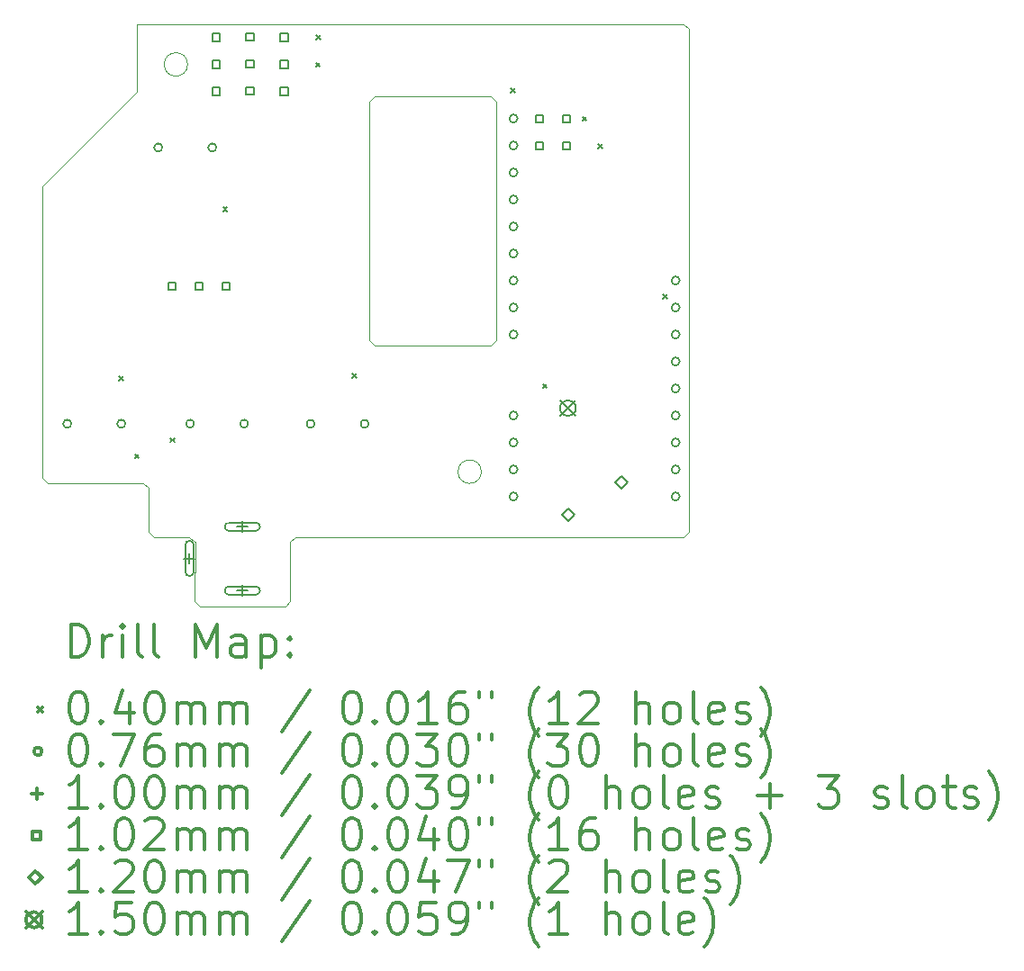
<source format=gbr>
%FSLAX45Y45*%
G04 Gerber Fmt 4.5, Leading zero omitted, Abs format (unit mm)*
G04 Created by KiCad (PCBNEW (after 2015-may-01 BZR unknown)-product) date 2015/07/02 23:45:52*
%MOMM*%
G01*
G04 APERTURE LIST*
%ADD10C,0.127000*%
%ADD11C,0.100000*%
%ADD12C,0.200000*%
%ADD13C,0.300000*%
G04 APERTURE END LIST*
D10*
D11*
X12736322Y-11059668D02*
X12786614Y-11109960D01*
X10549128Y-8086598D02*
X15690088Y-8086598D01*
X13786070Y-12299640D02*
G75*
G03X13786070Y-12299640I-110000J0D01*
G01*
X11024070Y-8467640D02*
G75*
G03X11024070Y-8467640I-110000J0D01*
G01*
X13876070Y-11109640D02*
X12786070Y-11109640D01*
X13926070Y-11059640D02*
X13876070Y-11109640D01*
X13926070Y-8819640D02*
X13926070Y-11059640D01*
X13876070Y-8769640D02*
X13926070Y-8819640D01*
X12786070Y-8769640D02*
X13876070Y-8769640D01*
X12736070Y-8819640D02*
X12786070Y-8769640D01*
X12736070Y-11059640D02*
X12736070Y-8819640D01*
X15740070Y-8136640D02*
X15690070Y-8086640D01*
X15740070Y-12862640D02*
X15740070Y-8136640D01*
X15690070Y-12912640D02*
X15740070Y-12862640D01*
X12041070Y-12912640D02*
X15690070Y-12912640D01*
X11991070Y-12962640D02*
X12041070Y-12912640D01*
X11991070Y-13519640D02*
X11991070Y-12962640D01*
X11941070Y-13569640D02*
X11991070Y-13519640D01*
X11141070Y-13569640D02*
X11941070Y-13569640D01*
X11091070Y-13519640D02*
X11141070Y-13569640D01*
X11091070Y-13248640D02*
X11091070Y-13519640D01*
X11101070Y-13248640D02*
X11091070Y-13248640D01*
X11101070Y-12960640D02*
X11101070Y-13248640D01*
X11091070Y-12960640D02*
X11101070Y-12960640D01*
X11041110Y-12912640D02*
X11091070Y-12960640D01*
X10710070Y-12912640D02*
X11041110Y-12912640D01*
X10660070Y-12862640D02*
X10710070Y-12912640D01*
X10660070Y-12454640D02*
X10660070Y-12862640D01*
X10610070Y-12404640D02*
X10660070Y-12454640D01*
X9710070Y-12404640D02*
X10610070Y-12404640D01*
X9660070Y-12354640D02*
X9710070Y-12404640D01*
X9660070Y-9610640D02*
X9660070Y-12354640D01*
X10549070Y-8721640D02*
X9660070Y-9610640D01*
X10549070Y-8086640D02*
X10549070Y-8721640D01*
D12*
X10378760Y-11402380D02*
X10418760Y-11442380D01*
X10418760Y-11402380D02*
X10378760Y-11442380D01*
X10527350Y-12135170D02*
X10567350Y-12175170D01*
X10567350Y-12135170D02*
X10527350Y-12175170D01*
X10863900Y-11981500D02*
X10903900Y-12021500D01*
X10903900Y-11981500D02*
X10863900Y-12021500D01*
X11356660Y-9809800D02*
X11396660Y-9849800D01*
X11396660Y-9809800D02*
X11356660Y-9849800D01*
X12229150Y-8452170D02*
X12269150Y-8492170D01*
X12269150Y-8452170D02*
X12229150Y-8492170D01*
X12232960Y-8194360D02*
X12272960Y-8234360D01*
X12272960Y-8194360D02*
X12232960Y-8234360D01*
X12572050Y-11375710D02*
X12612050Y-11415710D01*
X12612050Y-11375710D02*
X12572050Y-11415710D01*
X14065570Y-8690930D02*
X14105570Y-8730930D01*
X14105570Y-8690930D02*
X14065570Y-8730930D01*
X14364020Y-11474770D02*
X14404020Y-11514770D01*
X14404020Y-11474770D02*
X14364020Y-11514770D01*
X14736130Y-8958900D02*
X14776130Y-8998900D01*
X14776130Y-8958900D02*
X14736130Y-8998900D01*
X14884720Y-9216710D02*
X14924720Y-9256710D01*
X14924720Y-9216710D02*
X14884720Y-9256710D01*
X15493050Y-10631490D02*
X15533050Y-10671490D01*
X15533050Y-10631490D02*
X15493050Y-10671490D01*
X9931400Y-11847830D02*
G75*
G03X9931400Y-11847830I-38100J0D01*
G01*
X10439400Y-11847830D02*
G75*
G03X10439400Y-11847830I-38100J0D01*
G01*
X10786110Y-9249410D02*
G75*
G03X10786110Y-9249410I-38100J0D01*
G01*
X11085830Y-11847830D02*
G75*
G03X11085830Y-11847830I-38100J0D01*
G01*
X11294110Y-9249410D02*
G75*
G03X11294110Y-9249410I-38100J0D01*
G01*
X11593830Y-11847830D02*
G75*
G03X11593830Y-11847830I-38100J0D01*
G01*
X12218670Y-11849100D02*
G75*
G03X12218670Y-11849100I-38100J0D01*
G01*
X12726670Y-11849100D02*
G75*
G03X12726670Y-11849100I-38100J0D01*
G01*
X14126210Y-8976360D02*
G75*
G03X14126210Y-8976360I-38100J0D01*
G01*
X14126210Y-9230360D02*
G75*
G03X14126210Y-9230360I-38100J0D01*
G01*
X14126210Y-9484360D02*
G75*
G03X14126210Y-9484360I-38100J0D01*
G01*
X14126210Y-9738360D02*
G75*
G03X14126210Y-9738360I-38100J0D01*
G01*
X14126210Y-9992360D02*
G75*
G03X14126210Y-9992360I-38100J0D01*
G01*
X14126210Y-10246360D02*
G75*
G03X14126210Y-10246360I-38100J0D01*
G01*
X14126210Y-10500360D02*
G75*
G03X14126210Y-10500360I-38100J0D01*
G01*
X14126210Y-10754360D02*
G75*
G03X14126210Y-10754360I-38100J0D01*
G01*
X14126210Y-11008360D02*
G75*
G03X14126210Y-11008360I-38100J0D01*
G01*
X14126210Y-11770360D02*
G75*
G03X14126210Y-11770360I-38100J0D01*
G01*
X14126210Y-12024360D02*
G75*
G03X14126210Y-12024360I-38100J0D01*
G01*
X14126210Y-12278360D02*
G75*
G03X14126210Y-12278360I-38100J0D01*
G01*
X14126210Y-12532360D02*
G75*
G03X14126210Y-12532360I-38100J0D01*
G01*
X15650210Y-10500360D02*
G75*
G03X15650210Y-10500360I-38100J0D01*
G01*
X15650210Y-10754360D02*
G75*
G03X15650210Y-10754360I-38100J0D01*
G01*
X15650210Y-11008360D02*
G75*
G03X15650210Y-11008360I-38100J0D01*
G01*
X15650210Y-11262360D02*
G75*
G03X15650210Y-11262360I-38100J0D01*
G01*
X15650210Y-11516360D02*
G75*
G03X15650210Y-11516360I-38100J0D01*
G01*
X15650210Y-11770360D02*
G75*
G03X15650210Y-11770360I-38100J0D01*
G01*
X15650210Y-12024360D02*
G75*
G03X15650210Y-12024360I-38100J0D01*
G01*
X15650210Y-12278360D02*
G75*
G03X15650210Y-12278360I-38100J0D01*
G01*
X15650210Y-12532360D02*
G75*
G03X15650210Y-12532360I-38100J0D01*
G01*
X11041974Y-13065432D02*
X11041974Y-13165432D01*
X10991974Y-13115432D02*
X11091974Y-13115432D01*
X11081974Y-13240432D02*
X11081974Y-12990432D01*
X11001974Y-13240432D02*
X11001974Y-12990432D01*
X11081974Y-12990432D02*
G75*
G03X11001974Y-12990432I-40000J0D01*
G01*
X11001974Y-13240432D02*
G75*
G03X11081974Y-13240432I40000J0D01*
G01*
X11539474Y-12767932D02*
X11539474Y-12867932D01*
X11489474Y-12817932D02*
X11589474Y-12817932D01*
X11414474Y-12857932D02*
X11664474Y-12857932D01*
X11414474Y-12777932D02*
X11664474Y-12777932D01*
X11664474Y-12857932D02*
G75*
G03X11664474Y-12777932I0J40000D01*
G01*
X11414474Y-12777932D02*
G75*
G03X11414474Y-12857932I0J-40000D01*
G01*
X11539474Y-13367932D02*
X11539474Y-13467932D01*
X11489474Y-13417932D02*
X11589474Y-13417932D01*
X11414474Y-13457932D02*
X11664474Y-13457932D01*
X11414474Y-13377932D02*
X11664474Y-13377932D01*
X11664474Y-13457932D02*
G75*
G03X11664474Y-13377932I0J40000D01*
G01*
X11414474Y-13377932D02*
G75*
G03X11414474Y-13457932I0J-40000D01*
G01*
X10912963Y-10588097D02*
X10912963Y-10516255D01*
X10841121Y-10516255D01*
X10841121Y-10588097D01*
X10912963Y-10588097D01*
X11166963Y-10588097D02*
X11166963Y-10516255D01*
X11095121Y-10516255D01*
X11095121Y-10588097D01*
X11166963Y-10588097D01*
X11328761Y-8247741D02*
X11328761Y-8175899D01*
X11256919Y-8175899D01*
X11256919Y-8247741D01*
X11328761Y-8247741D01*
X11328761Y-8501741D02*
X11328761Y-8429899D01*
X11256919Y-8429899D01*
X11256919Y-8501741D01*
X11328761Y-8501741D01*
X11328761Y-8755741D02*
X11328761Y-8683899D01*
X11256919Y-8683899D01*
X11256919Y-8755741D01*
X11328761Y-8755741D01*
X11420963Y-10588097D02*
X11420963Y-10516255D01*
X11349121Y-10516255D01*
X11349121Y-10588097D01*
X11420963Y-10588097D01*
X11647531Y-8246471D02*
X11647531Y-8174629D01*
X11575689Y-8174629D01*
X11575689Y-8246471D01*
X11647531Y-8246471D01*
X11647531Y-8500471D02*
X11647531Y-8428629D01*
X11575689Y-8428629D01*
X11575689Y-8500471D01*
X11647531Y-8500471D01*
X11647531Y-8754471D02*
X11647531Y-8682629D01*
X11575689Y-8682629D01*
X11575689Y-8754471D01*
X11647531Y-8754471D01*
X11967571Y-8247741D02*
X11967571Y-8175899D01*
X11895729Y-8175899D01*
X11895729Y-8247741D01*
X11967571Y-8247741D01*
X11967571Y-8501741D02*
X11967571Y-8429899D01*
X11895729Y-8429899D01*
X11895729Y-8501741D01*
X11967571Y-8501741D01*
X11967571Y-8755741D02*
X11967571Y-8683899D01*
X11895729Y-8683899D01*
X11895729Y-8755741D01*
X11967571Y-8755741D01*
X14367871Y-9014821D02*
X14367871Y-8942979D01*
X14296029Y-8942979D01*
X14296029Y-9014821D01*
X14367871Y-9014821D01*
X14367871Y-9268821D02*
X14367871Y-9196979D01*
X14296029Y-9196979D01*
X14296029Y-9268821D01*
X14367871Y-9268821D01*
X14621871Y-9014821D02*
X14621871Y-8942979D01*
X14550029Y-8942979D01*
X14550029Y-9014821D01*
X14621871Y-9014821D01*
X14621871Y-9268821D02*
X14621871Y-9196979D01*
X14550029Y-9196979D01*
X14550029Y-9268821D01*
X14621871Y-9268821D01*
X14600110Y-12761410D02*
X14660110Y-12701410D01*
X14600110Y-12641410D01*
X14540110Y-12701410D01*
X14600110Y-12761410D01*
X15100110Y-12461410D02*
X15160110Y-12401410D01*
X15100110Y-12341410D01*
X15040110Y-12401410D01*
X15100110Y-12461410D01*
X14525110Y-11626410D02*
X14675110Y-11776410D01*
X14675110Y-11626410D02*
X14525110Y-11776410D01*
X14675110Y-11701410D02*
G75*
G03X14675110Y-11701410I-75000J0D01*
G01*
D13*
X9926499Y-14040354D02*
X9926499Y-13740354D01*
X9997927Y-13740354D01*
X10040784Y-13754640D01*
X10069356Y-13783211D01*
X10083641Y-13811783D01*
X10097927Y-13868926D01*
X10097927Y-13911783D01*
X10083641Y-13968926D01*
X10069356Y-13997497D01*
X10040784Y-14026069D01*
X9997927Y-14040354D01*
X9926499Y-14040354D01*
X10226499Y-14040354D02*
X10226499Y-13840354D01*
X10226499Y-13897497D02*
X10240784Y-13868926D01*
X10255070Y-13854640D01*
X10283641Y-13840354D01*
X10312213Y-13840354D01*
X10412213Y-14040354D02*
X10412213Y-13840354D01*
X10412213Y-13740354D02*
X10397927Y-13754640D01*
X10412213Y-13768926D01*
X10426499Y-13754640D01*
X10412213Y-13740354D01*
X10412213Y-13768926D01*
X10597927Y-14040354D02*
X10569356Y-14026069D01*
X10555070Y-13997497D01*
X10555070Y-13740354D01*
X10755070Y-14040354D02*
X10726499Y-14026069D01*
X10712213Y-13997497D01*
X10712213Y-13740354D01*
X11097927Y-14040354D02*
X11097927Y-13740354D01*
X11197927Y-13954640D01*
X11297927Y-13740354D01*
X11297927Y-14040354D01*
X11569356Y-14040354D02*
X11569356Y-13883211D01*
X11555070Y-13854640D01*
X11526498Y-13840354D01*
X11469356Y-13840354D01*
X11440784Y-13854640D01*
X11569356Y-14026069D02*
X11540784Y-14040354D01*
X11469356Y-14040354D01*
X11440784Y-14026069D01*
X11426498Y-13997497D01*
X11426498Y-13968926D01*
X11440784Y-13940354D01*
X11469356Y-13926069D01*
X11540784Y-13926069D01*
X11569356Y-13911783D01*
X11712213Y-13840354D02*
X11712213Y-14140354D01*
X11712213Y-13854640D02*
X11740784Y-13840354D01*
X11797927Y-13840354D01*
X11826498Y-13854640D01*
X11840784Y-13868926D01*
X11855070Y-13897497D01*
X11855070Y-13983211D01*
X11840784Y-14011783D01*
X11826498Y-14026069D01*
X11797927Y-14040354D01*
X11740784Y-14040354D01*
X11712213Y-14026069D01*
X11983641Y-14011783D02*
X11997927Y-14026069D01*
X11983641Y-14040354D01*
X11969356Y-14026069D01*
X11983641Y-14011783D01*
X11983641Y-14040354D01*
X11983641Y-13854640D02*
X11997927Y-13868926D01*
X11983641Y-13883211D01*
X11969356Y-13868926D01*
X11983641Y-13854640D01*
X11983641Y-13883211D01*
X9615070Y-14514640D02*
X9655070Y-14554640D01*
X9655070Y-14514640D02*
X9615070Y-14554640D01*
X9983641Y-14370354D02*
X10012213Y-14370354D01*
X10040784Y-14384640D01*
X10055070Y-14398926D01*
X10069356Y-14427497D01*
X10083641Y-14484640D01*
X10083641Y-14556069D01*
X10069356Y-14613211D01*
X10055070Y-14641783D01*
X10040784Y-14656069D01*
X10012213Y-14670354D01*
X9983641Y-14670354D01*
X9955070Y-14656069D01*
X9940784Y-14641783D01*
X9926499Y-14613211D01*
X9912213Y-14556069D01*
X9912213Y-14484640D01*
X9926499Y-14427497D01*
X9940784Y-14398926D01*
X9955070Y-14384640D01*
X9983641Y-14370354D01*
X10212213Y-14641783D02*
X10226499Y-14656069D01*
X10212213Y-14670354D01*
X10197927Y-14656069D01*
X10212213Y-14641783D01*
X10212213Y-14670354D01*
X10483641Y-14470354D02*
X10483641Y-14670354D01*
X10412213Y-14356069D02*
X10340784Y-14570354D01*
X10526498Y-14570354D01*
X10697927Y-14370354D02*
X10726499Y-14370354D01*
X10755070Y-14384640D01*
X10769356Y-14398926D01*
X10783641Y-14427497D01*
X10797927Y-14484640D01*
X10797927Y-14556069D01*
X10783641Y-14613211D01*
X10769356Y-14641783D01*
X10755070Y-14656069D01*
X10726499Y-14670354D01*
X10697927Y-14670354D01*
X10669356Y-14656069D01*
X10655070Y-14641783D01*
X10640784Y-14613211D01*
X10626499Y-14556069D01*
X10626499Y-14484640D01*
X10640784Y-14427497D01*
X10655070Y-14398926D01*
X10669356Y-14384640D01*
X10697927Y-14370354D01*
X10926499Y-14670354D02*
X10926499Y-14470354D01*
X10926499Y-14498926D02*
X10940784Y-14484640D01*
X10969356Y-14470354D01*
X11012213Y-14470354D01*
X11040784Y-14484640D01*
X11055070Y-14513211D01*
X11055070Y-14670354D01*
X11055070Y-14513211D02*
X11069356Y-14484640D01*
X11097927Y-14470354D01*
X11140784Y-14470354D01*
X11169356Y-14484640D01*
X11183641Y-14513211D01*
X11183641Y-14670354D01*
X11326498Y-14670354D02*
X11326498Y-14470354D01*
X11326498Y-14498926D02*
X11340784Y-14484640D01*
X11369356Y-14470354D01*
X11412213Y-14470354D01*
X11440784Y-14484640D01*
X11455070Y-14513211D01*
X11455070Y-14670354D01*
X11455070Y-14513211D02*
X11469356Y-14484640D01*
X11497927Y-14470354D01*
X11540784Y-14470354D01*
X11569356Y-14484640D01*
X11583641Y-14513211D01*
X11583641Y-14670354D01*
X12169356Y-14356069D02*
X11912213Y-14741783D01*
X12555070Y-14370354D02*
X12583641Y-14370354D01*
X12612213Y-14384640D01*
X12626498Y-14398926D01*
X12640784Y-14427497D01*
X12655070Y-14484640D01*
X12655070Y-14556069D01*
X12640784Y-14613211D01*
X12626498Y-14641783D01*
X12612213Y-14656069D01*
X12583641Y-14670354D01*
X12555070Y-14670354D01*
X12526498Y-14656069D01*
X12512213Y-14641783D01*
X12497927Y-14613211D01*
X12483641Y-14556069D01*
X12483641Y-14484640D01*
X12497927Y-14427497D01*
X12512213Y-14398926D01*
X12526498Y-14384640D01*
X12555070Y-14370354D01*
X12783641Y-14641783D02*
X12797927Y-14656069D01*
X12783641Y-14670354D01*
X12769356Y-14656069D01*
X12783641Y-14641783D01*
X12783641Y-14670354D01*
X12983641Y-14370354D02*
X13012213Y-14370354D01*
X13040784Y-14384640D01*
X13055070Y-14398926D01*
X13069355Y-14427497D01*
X13083641Y-14484640D01*
X13083641Y-14556069D01*
X13069355Y-14613211D01*
X13055070Y-14641783D01*
X13040784Y-14656069D01*
X13012213Y-14670354D01*
X12983641Y-14670354D01*
X12955070Y-14656069D01*
X12940784Y-14641783D01*
X12926498Y-14613211D01*
X12912213Y-14556069D01*
X12912213Y-14484640D01*
X12926498Y-14427497D01*
X12940784Y-14398926D01*
X12955070Y-14384640D01*
X12983641Y-14370354D01*
X13369355Y-14670354D02*
X13197927Y-14670354D01*
X13283641Y-14670354D02*
X13283641Y-14370354D01*
X13255070Y-14413211D01*
X13226498Y-14441783D01*
X13197927Y-14456069D01*
X13626498Y-14370354D02*
X13569355Y-14370354D01*
X13540784Y-14384640D01*
X13526498Y-14398926D01*
X13497927Y-14441783D01*
X13483641Y-14498926D01*
X13483641Y-14613211D01*
X13497927Y-14641783D01*
X13512213Y-14656069D01*
X13540784Y-14670354D01*
X13597927Y-14670354D01*
X13626498Y-14656069D01*
X13640784Y-14641783D01*
X13655070Y-14613211D01*
X13655070Y-14541783D01*
X13640784Y-14513211D01*
X13626498Y-14498926D01*
X13597927Y-14484640D01*
X13540784Y-14484640D01*
X13512213Y-14498926D01*
X13497927Y-14513211D01*
X13483641Y-14541783D01*
X13769356Y-14370354D02*
X13769356Y-14427497D01*
X13883641Y-14370354D02*
X13883641Y-14427497D01*
X14326498Y-14784640D02*
X14312213Y-14770354D01*
X14283641Y-14727497D01*
X14269355Y-14698926D01*
X14255070Y-14656069D01*
X14240784Y-14584640D01*
X14240784Y-14527497D01*
X14255070Y-14456069D01*
X14269355Y-14413211D01*
X14283641Y-14384640D01*
X14312213Y-14341783D01*
X14326498Y-14327497D01*
X14597927Y-14670354D02*
X14426498Y-14670354D01*
X14512213Y-14670354D02*
X14512213Y-14370354D01*
X14483641Y-14413211D01*
X14455070Y-14441783D01*
X14426498Y-14456069D01*
X14712213Y-14398926D02*
X14726498Y-14384640D01*
X14755070Y-14370354D01*
X14826498Y-14370354D01*
X14855070Y-14384640D01*
X14869355Y-14398926D01*
X14883641Y-14427497D01*
X14883641Y-14456069D01*
X14869355Y-14498926D01*
X14697927Y-14670354D01*
X14883641Y-14670354D01*
X15240784Y-14670354D02*
X15240784Y-14370354D01*
X15369355Y-14670354D02*
X15369355Y-14513211D01*
X15355070Y-14484640D01*
X15326498Y-14470354D01*
X15283641Y-14470354D01*
X15255070Y-14484640D01*
X15240784Y-14498926D01*
X15555070Y-14670354D02*
X15526498Y-14656069D01*
X15512213Y-14641783D01*
X15497927Y-14613211D01*
X15497927Y-14527497D01*
X15512213Y-14498926D01*
X15526498Y-14484640D01*
X15555070Y-14470354D01*
X15597927Y-14470354D01*
X15626498Y-14484640D01*
X15640784Y-14498926D01*
X15655070Y-14527497D01*
X15655070Y-14613211D01*
X15640784Y-14641783D01*
X15626498Y-14656069D01*
X15597927Y-14670354D01*
X15555070Y-14670354D01*
X15826498Y-14670354D02*
X15797927Y-14656069D01*
X15783641Y-14627497D01*
X15783641Y-14370354D01*
X16055070Y-14656069D02*
X16026498Y-14670354D01*
X15969356Y-14670354D01*
X15940784Y-14656069D01*
X15926498Y-14627497D01*
X15926498Y-14513211D01*
X15940784Y-14484640D01*
X15969356Y-14470354D01*
X16026498Y-14470354D01*
X16055070Y-14484640D01*
X16069356Y-14513211D01*
X16069356Y-14541783D01*
X15926498Y-14570354D01*
X16183641Y-14656069D02*
X16212213Y-14670354D01*
X16269356Y-14670354D01*
X16297927Y-14656069D01*
X16312213Y-14627497D01*
X16312213Y-14613211D01*
X16297927Y-14584640D01*
X16269356Y-14570354D01*
X16226498Y-14570354D01*
X16197927Y-14556069D01*
X16183641Y-14527497D01*
X16183641Y-14513211D01*
X16197927Y-14484640D01*
X16226498Y-14470354D01*
X16269356Y-14470354D01*
X16297927Y-14484640D01*
X16412213Y-14784640D02*
X16426498Y-14770354D01*
X16455070Y-14727497D01*
X16469356Y-14698926D01*
X16483641Y-14656069D01*
X16497927Y-14584640D01*
X16497927Y-14527497D01*
X16483641Y-14456069D01*
X16469356Y-14413211D01*
X16455070Y-14384640D01*
X16426498Y-14341783D01*
X16412213Y-14327497D01*
X9655070Y-14930640D02*
G75*
G03X9655070Y-14930640I-38100J0D01*
G01*
X9983641Y-14766354D02*
X10012213Y-14766354D01*
X10040784Y-14780640D01*
X10055070Y-14794926D01*
X10069356Y-14823497D01*
X10083641Y-14880640D01*
X10083641Y-14952069D01*
X10069356Y-15009211D01*
X10055070Y-15037783D01*
X10040784Y-15052069D01*
X10012213Y-15066354D01*
X9983641Y-15066354D01*
X9955070Y-15052069D01*
X9940784Y-15037783D01*
X9926499Y-15009211D01*
X9912213Y-14952069D01*
X9912213Y-14880640D01*
X9926499Y-14823497D01*
X9940784Y-14794926D01*
X9955070Y-14780640D01*
X9983641Y-14766354D01*
X10212213Y-15037783D02*
X10226499Y-15052069D01*
X10212213Y-15066354D01*
X10197927Y-15052069D01*
X10212213Y-15037783D01*
X10212213Y-15066354D01*
X10326498Y-14766354D02*
X10526498Y-14766354D01*
X10397927Y-15066354D01*
X10769356Y-14766354D02*
X10712213Y-14766354D01*
X10683641Y-14780640D01*
X10669356Y-14794926D01*
X10640784Y-14837783D01*
X10626499Y-14894926D01*
X10626499Y-15009211D01*
X10640784Y-15037783D01*
X10655070Y-15052069D01*
X10683641Y-15066354D01*
X10740784Y-15066354D01*
X10769356Y-15052069D01*
X10783641Y-15037783D01*
X10797927Y-15009211D01*
X10797927Y-14937783D01*
X10783641Y-14909211D01*
X10769356Y-14894926D01*
X10740784Y-14880640D01*
X10683641Y-14880640D01*
X10655070Y-14894926D01*
X10640784Y-14909211D01*
X10626499Y-14937783D01*
X10926499Y-15066354D02*
X10926499Y-14866354D01*
X10926499Y-14894926D02*
X10940784Y-14880640D01*
X10969356Y-14866354D01*
X11012213Y-14866354D01*
X11040784Y-14880640D01*
X11055070Y-14909211D01*
X11055070Y-15066354D01*
X11055070Y-14909211D02*
X11069356Y-14880640D01*
X11097927Y-14866354D01*
X11140784Y-14866354D01*
X11169356Y-14880640D01*
X11183641Y-14909211D01*
X11183641Y-15066354D01*
X11326498Y-15066354D02*
X11326498Y-14866354D01*
X11326498Y-14894926D02*
X11340784Y-14880640D01*
X11369356Y-14866354D01*
X11412213Y-14866354D01*
X11440784Y-14880640D01*
X11455070Y-14909211D01*
X11455070Y-15066354D01*
X11455070Y-14909211D02*
X11469356Y-14880640D01*
X11497927Y-14866354D01*
X11540784Y-14866354D01*
X11569356Y-14880640D01*
X11583641Y-14909211D01*
X11583641Y-15066354D01*
X12169356Y-14752069D02*
X11912213Y-15137783D01*
X12555070Y-14766354D02*
X12583641Y-14766354D01*
X12612213Y-14780640D01*
X12626498Y-14794926D01*
X12640784Y-14823497D01*
X12655070Y-14880640D01*
X12655070Y-14952069D01*
X12640784Y-15009211D01*
X12626498Y-15037783D01*
X12612213Y-15052069D01*
X12583641Y-15066354D01*
X12555070Y-15066354D01*
X12526498Y-15052069D01*
X12512213Y-15037783D01*
X12497927Y-15009211D01*
X12483641Y-14952069D01*
X12483641Y-14880640D01*
X12497927Y-14823497D01*
X12512213Y-14794926D01*
X12526498Y-14780640D01*
X12555070Y-14766354D01*
X12783641Y-15037783D02*
X12797927Y-15052069D01*
X12783641Y-15066354D01*
X12769356Y-15052069D01*
X12783641Y-15037783D01*
X12783641Y-15066354D01*
X12983641Y-14766354D02*
X13012213Y-14766354D01*
X13040784Y-14780640D01*
X13055070Y-14794926D01*
X13069355Y-14823497D01*
X13083641Y-14880640D01*
X13083641Y-14952069D01*
X13069355Y-15009211D01*
X13055070Y-15037783D01*
X13040784Y-15052069D01*
X13012213Y-15066354D01*
X12983641Y-15066354D01*
X12955070Y-15052069D01*
X12940784Y-15037783D01*
X12926498Y-15009211D01*
X12912213Y-14952069D01*
X12912213Y-14880640D01*
X12926498Y-14823497D01*
X12940784Y-14794926D01*
X12955070Y-14780640D01*
X12983641Y-14766354D01*
X13183641Y-14766354D02*
X13369355Y-14766354D01*
X13269355Y-14880640D01*
X13312213Y-14880640D01*
X13340784Y-14894926D01*
X13355070Y-14909211D01*
X13369355Y-14937783D01*
X13369355Y-15009211D01*
X13355070Y-15037783D01*
X13340784Y-15052069D01*
X13312213Y-15066354D01*
X13226498Y-15066354D01*
X13197927Y-15052069D01*
X13183641Y-15037783D01*
X13555070Y-14766354D02*
X13583641Y-14766354D01*
X13612213Y-14780640D01*
X13626498Y-14794926D01*
X13640784Y-14823497D01*
X13655070Y-14880640D01*
X13655070Y-14952069D01*
X13640784Y-15009211D01*
X13626498Y-15037783D01*
X13612213Y-15052069D01*
X13583641Y-15066354D01*
X13555070Y-15066354D01*
X13526498Y-15052069D01*
X13512213Y-15037783D01*
X13497927Y-15009211D01*
X13483641Y-14952069D01*
X13483641Y-14880640D01*
X13497927Y-14823497D01*
X13512213Y-14794926D01*
X13526498Y-14780640D01*
X13555070Y-14766354D01*
X13769356Y-14766354D02*
X13769356Y-14823497D01*
X13883641Y-14766354D02*
X13883641Y-14823497D01*
X14326498Y-15180640D02*
X14312213Y-15166354D01*
X14283641Y-15123497D01*
X14269355Y-15094926D01*
X14255070Y-15052069D01*
X14240784Y-14980640D01*
X14240784Y-14923497D01*
X14255070Y-14852069D01*
X14269355Y-14809211D01*
X14283641Y-14780640D01*
X14312213Y-14737783D01*
X14326498Y-14723497D01*
X14412213Y-14766354D02*
X14597927Y-14766354D01*
X14497927Y-14880640D01*
X14540784Y-14880640D01*
X14569355Y-14894926D01*
X14583641Y-14909211D01*
X14597927Y-14937783D01*
X14597927Y-15009211D01*
X14583641Y-15037783D01*
X14569355Y-15052069D01*
X14540784Y-15066354D01*
X14455070Y-15066354D01*
X14426498Y-15052069D01*
X14412213Y-15037783D01*
X14783641Y-14766354D02*
X14812213Y-14766354D01*
X14840784Y-14780640D01*
X14855070Y-14794926D01*
X14869355Y-14823497D01*
X14883641Y-14880640D01*
X14883641Y-14952069D01*
X14869355Y-15009211D01*
X14855070Y-15037783D01*
X14840784Y-15052069D01*
X14812213Y-15066354D01*
X14783641Y-15066354D01*
X14755070Y-15052069D01*
X14740784Y-15037783D01*
X14726498Y-15009211D01*
X14712213Y-14952069D01*
X14712213Y-14880640D01*
X14726498Y-14823497D01*
X14740784Y-14794926D01*
X14755070Y-14780640D01*
X14783641Y-14766354D01*
X15240784Y-15066354D02*
X15240784Y-14766354D01*
X15369355Y-15066354D02*
X15369355Y-14909211D01*
X15355070Y-14880640D01*
X15326498Y-14866354D01*
X15283641Y-14866354D01*
X15255070Y-14880640D01*
X15240784Y-14894926D01*
X15555070Y-15066354D02*
X15526498Y-15052069D01*
X15512213Y-15037783D01*
X15497927Y-15009211D01*
X15497927Y-14923497D01*
X15512213Y-14894926D01*
X15526498Y-14880640D01*
X15555070Y-14866354D01*
X15597927Y-14866354D01*
X15626498Y-14880640D01*
X15640784Y-14894926D01*
X15655070Y-14923497D01*
X15655070Y-15009211D01*
X15640784Y-15037783D01*
X15626498Y-15052069D01*
X15597927Y-15066354D01*
X15555070Y-15066354D01*
X15826498Y-15066354D02*
X15797927Y-15052069D01*
X15783641Y-15023497D01*
X15783641Y-14766354D01*
X16055070Y-15052069D02*
X16026498Y-15066354D01*
X15969356Y-15066354D01*
X15940784Y-15052069D01*
X15926498Y-15023497D01*
X15926498Y-14909211D01*
X15940784Y-14880640D01*
X15969356Y-14866354D01*
X16026498Y-14866354D01*
X16055070Y-14880640D01*
X16069356Y-14909211D01*
X16069356Y-14937783D01*
X15926498Y-14966354D01*
X16183641Y-15052069D02*
X16212213Y-15066354D01*
X16269356Y-15066354D01*
X16297927Y-15052069D01*
X16312213Y-15023497D01*
X16312213Y-15009211D01*
X16297927Y-14980640D01*
X16269356Y-14966354D01*
X16226498Y-14966354D01*
X16197927Y-14952069D01*
X16183641Y-14923497D01*
X16183641Y-14909211D01*
X16197927Y-14880640D01*
X16226498Y-14866354D01*
X16269356Y-14866354D01*
X16297927Y-14880640D01*
X16412213Y-15180640D02*
X16426498Y-15166354D01*
X16455070Y-15123497D01*
X16469356Y-15094926D01*
X16483641Y-15052069D01*
X16497927Y-14980640D01*
X16497927Y-14923497D01*
X16483641Y-14852069D01*
X16469356Y-14809211D01*
X16455070Y-14780640D01*
X16426498Y-14737783D01*
X16412213Y-14723497D01*
X9605070Y-15276640D02*
X9605070Y-15376640D01*
X9555070Y-15326640D02*
X9655070Y-15326640D01*
X10083641Y-15462354D02*
X9912213Y-15462354D01*
X9997927Y-15462354D02*
X9997927Y-15162354D01*
X9969356Y-15205211D01*
X9940784Y-15233783D01*
X9912213Y-15248069D01*
X10212213Y-15433783D02*
X10226499Y-15448069D01*
X10212213Y-15462354D01*
X10197927Y-15448069D01*
X10212213Y-15433783D01*
X10212213Y-15462354D01*
X10412213Y-15162354D02*
X10440784Y-15162354D01*
X10469356Y-15176640D01*
X10483641Y-15190926D01*
X10497927Y-15219497D01*
X10512213Y-15276640D01*
X10512213Y-15348069D01*
X10497927Y-15405211D01*
X10483641Y-15433783D01*
X10469356Y-15448069D01*
X10440784Y-15462354D01*
X10412213Y-15462354D01*
X10383641Y-15448069D01*
X10369356Y-15433783D01*
X10355070Y-15405211D01*
X10340784Y-15348069D01*
X10340784Y-15276640D01*
X10355070Y-15219497D01*
X10369356Y-15190926D01*
X10383641Y-15176640D01*
X10412213Y-15162354D01*
X10697927Y-15162354D02*
X10726499Y-15162354D01*
X10755070Y-15176640D01*
X10769356Y-15190926D01*
X10783641Y-15219497D01*
X10797927Y-15276640D01*
X10797927Y-15348069D01*
X10783641Y-15405211D01*
X10769356Y-15433783D01*
X10755070Y-15448069D01*
X10726499Y-15462354D01*
X10697927Y-15462354D01*
X10669356Y-15448069D01*
X10655070Y-15433783D01*
X10640784Y-15405211D01*
X10626499Y-15348069D01*
X10626499Y-15276640D01*
X10640784Y-15219497D01*
X10655070Y-15190926D01*
X10669356Y-15176640D01*
X10697927Y-15162354D01*
X10926499Y-15462354D02*
X10926499Y-15262354D01*
X10926499Y-15290926D02*
X10940784Y-15276640D01*
X10969356Y-15262354D01*
X11012213Y-15262354D01*
X11040784Y-15276640D01*
X11055070Y-15305211D01*
X11055070Y-15462354D01*
X11055070Y-15305211D02*
X11069356Y-15276640D01*
X11097927Y-15262354D01*
X11140784Y-15262354D01*
X11169356Y-15276640D01*
X11183641Y-15305211D01*
X11183641Y-15462354D01*
X11326498Y-15462354D02*
X11326498Y-15262354D01*
X11326498Y-15290926D02*
X11340784Y-15276640D01*
X11369356Y-15262354D01*
X11412213Y-15262354D01*
X11440784Y-15276640D01*
X11455070Y-15305211D01*
X11455070Y-15462354D01*
X11455070Y-15305211D02*
X11469356Y-15276640D01*
X11497927Y-15262354D01*
X11540784Y-15262354D01*
X11569356Y-15276640D01*
X11583641Y-15305211D01*
X11583641Y-15462354D01*
X12169356Y-15148069D02*
X11912213Y-15533783D01*
X12555070Y-15162354D02*
X12583641Y-15162354D01*
X12612213Y-15176640D01*
X12626498Y-15190926D01*
X12640784Y-15219497D01*
X12655070Y-15276640D01*
X12655070Y-15348069D01*
X12640784Y-15405211D01*
X12626498Y-15433783D01*
X12612213Y-15448069D01*
X12583641Y-15462354D01*
X12555070Y-15462354D01*
X12526498Y-15448069D01*
X12512213Y-15433783D01*
X12497927Y-15405211D01*
X12483641Y-15348069D01*
X12483641Y-15276640D01*
X12497927Y-15219497D01*
X12512213Y-15190926D01*
X12526498Y-15176640D01*
X12555070Y-15162354D01*
X12783641Y-15433783D02*
X12797927Y-15448069D01*
X12783641Y-15462354D01*
X12769356Y-15448069D01*
X12783641Y-15433783D01*
X12783641Y-15462354D01*
X12983641Y-15162354D02*
X13012213Y-15162354D01*
X13040784Y-15176640D01*
X13055070Y-15190926D01*
X13069355Y-15219497D01*
X13083641Y-15276640D01*
X13083641Y-15348069D01*
X13069355Y-15405211D01*
X13055070Y-15433783D01*
X13040784Y-15448069D01*
X13012213Y-15462354D01*
X12983641Y-15462354D01*
X12955070Y-15448069D01*
X12940784Y-15433783D01*
X12926498Y-15405211D01*
X12912213Y-15348069D01*
X12912213Y-15276640D01*
X12926498Y-15219497D01*
X12940784Y-15190926D01*
X12955070Y-15176640D01*
X12983641Y-15162354D01*
X13183641Y-15162354D02*
X13369355Y-15162354D01*
X13269355Y-15276640D01*
X13312213Y-15276640D01*
X13340784Y-15290926D01*
X13355070Y-15305211D01*
X13369355Y-15333783D01*
X13369355Y-15405211D01*
X13355070Y-15433783D01*
X13340784Y-15448069D01*
X13312213Y-15462354D01*
X13226498Y-15462354D01*
X13197927Y-15448069D01*
X13183641Y-15433783D01*
X13512213Y-15462354D02*
X13569355Y-15462354D01*
X13597927Y-15448069D01*
X13612213Y-15433783D01*
X13640784Y-15390926D01*
X13655070Y-15333783D01*
X13655070Y-15219497D01*
X13640784Y-15190926D01*
X13626498Y-15176640D01*
X13597927Y-15162354D01*
X13540784Y-15162354D01*
X13512213Y-15176640D01*
X13497927Y-15190926D01*
X13483641Y-15219497D01*
X13483641Y-15290926D01*
X13497927Y-15319497D01*
X13512213Y-15333783D01*
X13540784Y-15348069D01*
X13597927Y-15348069D01*
X13626498Y-15333783D01*
X13640784Y-15319497D01*
X13655070Y-15290926D01*
X13769356Y-15162354D02*
X13769356Y-15219497D01*
X13883641Y-15162354D02*
X13883641Y-15219497D01*
X14326498Y-15576640D02*
X14312213Y-15562354D01*
X14283641Y-15519497D01*
X14269355Y-15490926D01*
X14255070Y-15448069D01*
X14240784Y-15376640D01*
X14240784Y-15319497D01*
X14255070Y-15248069D01*
X14269355Y-15205211D01*
X14283641Y-15176640D01*
X14312213Y-15133783D01*
X14326498Y-15119497D01*
X14497927Y-15162354D02*
X14526498Y-15162354D01*
X14555070Y-15176640D01*
X14569355Y-15190926D01*
X14583641Y-15219497D01*
X14597927Y-15276640D01*
X14597927Y-15348069D01*
X14583641Y-15405211D01*
X14569355Y-15433783D01*
X14555070Y-15448069D01*
X14526498Y-15462354D01*
X14497927Y-15462354D01*
X14469355Y-15448069D01*
X14455070Y-15433783D01*
X14440784Y-15405211D01*
X14426498Y-15348069D01*
X14426498Y-15276640D01*
X14440784Y-15219497D01*
X14455070Y-15190926D01*
X14469355Y-15176640D01*
X14497927Y-15162354D01*
X14955070Y-15462354D02*
X14955070Y-15162354D01*
X15083641Y-15462354D02*
X15083641Y-15305211D01*
X15069355Y-15276640D01*
X15040784Y-15262354D01*
X14997927Y-15262354D01*
X14969355Y-15276640D01*
X14955070Y-15290926D01*
X15269355Y-15462354D02*
X15240784Y-15448069D01*
X15226498Y-15433783D01*
X15212213Y-15405211D01*
X15212213Y-15319497D01*
X15226498Y-15290926D01*
X15240784Y-15276640D01*
X15269355Y-15262354D01*
X15312213Y-15262354D01*
X15340784Y-15276640D01*
X15355070Y-15290926D01*
X15369355Y-15319497D01*
X15369355Y-15405211D01*
X15355070Y-15433783D01*
X15340784Y-15448069D01*
X15312213Y-15462354D01*
X15269355Y-15462354D01*
X15540784Y-15462354D02*
X15512213Y-15448069D01*
X15497927Y-15419497D01*
X15497927Y-15162354D01*
X15769356Y-15448069D02*
X15740784Y-15462354D01*
X15683641Y-15462354D01*
X15655070Y-15448069D01*
X15640784Y-15419497D01*
X15640784Y-15305211D01*
X15655070Y-15276640D01*
X15683641Y-15262354D01*
X15740784Y-15262354D01*
X15769356Y-15276640D01*
X15783641Y-15305211D01*
X15783641Y-15333783D01*
X15640784Y-15362354D01*
X15897927Y-15448069D02*
X15926498Y-15462354D01*
X15983641Y-15462354D01*
X16012213Y-15448069D01*
X16026498Y-15419497D01*
X16026498Y-15405211D01*
X16012213Y-15376640D01*
X15983641Y-15362354D01*
X15940784Y-15362354D01*
X15912213Y-15348069D01*
X15897927Y-15319497D01*
X15897927Y-15305211D01*
X15912213Y-15276640D01*
X15940784Y-15262354D01*
X15983641Y-15262354D01*
X16012213Y-15276640D01*
X16383641Y-15348069D02*
X16612213Y-15348069D01*
X16497927Y-15462354D02*
X16497927Y-15233783D01*
X16955070Y-15162354D02*
X17140784Y-15162354D01*
X17040784Y-15276640D01*
X17083641Y-15276640D01*
X17112213Y-15290926D01*
X17126498Y-15305211D01*
X17140784Y-15333783D01*
X17140784Y-15405211D01*
X17126498Y-15433783D01*
X17112213Y-15448069D01*
X17083641Y-15462354D01*
X16997927Y-15462354D01*
X16969356Y-15448069D01*
X16955070Y-15433783D01*
X17483641Y-15448069D02*
X17512213Y-15462354D01*
X17569356Y-15462354D01*
X17597927Y-15448069D01*
X17612213Y-15419497D01*
X17612213Y-15405211D01*
X17597927Y-15376640D01*
X17569356Y-15362354D01*
X17526498Y-15362354D01*
X17497927Y-15348069D01*
X17483641Y-15319497D01*
X17483641Y-15305211D01*
X17497927Y-15276640D01*
X17526498Y-15262354D01*
X17569356Y-15262354D01*
X17597927Y-15276640D01*
X17783641Y-15462354D02*
X17755070Y-15448069D01*
X17740784Y-15419497D01*
X17740784Y-15162354D01*
X17940784Y-15462354D02*
X17912213Y-15448069D01*
X17897927Y-15433783D01*
X17883641Y-15405211D01*
X17883641Y-15319497D01*
X17897927Y-15290926D01*
X17912213Y-15276640D01*
X17940784Y-15262354D01*
X17983641Y-15262354D01*
X18012213Y-15276640D01*
X18026498Y-15290926D01*
X18040784Y-15319497D01*
X18040784Y-15405211D01*
X18026498Y-15433783D01*
X18012213Y-15448069D01*
X17983641Y-15462354D01*
X17940784Y-15462354D01*
X18126498Y-15262354D02*
X18240784Y-15262354D01*
X18169356Y-15162354D02*
X18169356Y-15419497D01*
X18183641Y-15448069D01*
X18212213Y-15462354D01*
X18240784Y-15462354D01*
X18326499Y-15448069D02*
X18355070Y-15462354D01*
X18412213Y-15462354D01*
X18440784Y-15448069D01*
X18455070Y-15419497D01*
X18455070Y-15405211D01*
X18440784Y-15376640D01*
X18412213Y-15362354D01*
X18369356Y-15362354D01*
X18340784Y-15348069D01*
X18326499Y-15319497D01*
X18326499Y-15305211D01*
X18340784Y-15276640D01*
X18369356Y-15262354D01*
X18412213Y-15262354D01*
X18440784Y-15276640D01*
X18555070Y-15576640D02*
X18569356Y-15562354D01*
X18597927Y-15519497D01*
X18612213Y-15490926D01*
X18626498Y-15448069D01*
X18640784Y-15376640D01*
X18640784Y-15319497D01*
X18626498Y-15248069D01*
X18612213Y-15205211D01*
X18597927Y-15176640D01*
X18569356Y-15133783D01*
X18555070Y-15119497D01*
X9640191Y-15758561D02*
X9640191Y-15686719D01*
X9568349Y-15686719D01*
X9568349Y-15758561D01*
X9640191Y-15758561D01*
X10083641Y-15858354D02*
X9912213Y-15858354D01*
X9997927Y-15858354D02*
X9997927Y-15558354D01*
X9969356Y-15601211D01*
X9940784Y-15629783D01*
X9912213Y-15644069D01*
X10212213Y-15829783D02*
X10226499Y-15844069D01*
X10212213Y-15858354D01*
X10197927Y-15844069D01*
X10212213Y-15829783D01*
X10212213Y-15858354D01*
X10412213Y-15558354D02*
X10440784Y-15558354D01*
X10469356Y-15572640D01*
X10483641Y-15586926D01*
X10497927Y-15615497D01*
X10512213Y-15672640D01*
X10512213Y-15744069D01*
X10497927Y-15801211D01*
X10483641Y-15829783D01*
X10469356Y-15844069D01*
X10440784Y-15858354D01*
X10412213Y-15858354D01*
X10383641Y-15844069D01*
X10369356Y-15829783D01*
X10355070Y-15801211D01*
X10340784Y-15744069D01*
X10340784Y-15672640D01*
X10355070Y-15615497D01*
X10369356Y-15586926D01*
X10383641Y-15572640D01*
X10412213Y-15558354D01*
X10626499Y-15586926D02*
X10640784Y-15572640D01*
X10669356Y-15558354D01*
X10740784Y-15558354D01*
X10769356Y-15572640D01*
X10783641Y-15586926D01*
X10797927Y-15615497D01*
X10797927Y-15644069D01*
X10783641Y-15686926D01*
X10612213Y-15858354D01*
X10797927Y-15858354D01*
X10926499Y-15858354D02*
X10926499Y-15658354D01*
X10926499Y-15686926D02*
X10940784Y-15672640D01*
X10969356Y-15658354D01*
X11012213Y-15658354D01*
X11040784Y-15672640D01*
X11055070Y-15701211D01*
X11055070Y-15858354D01*
X11055070Y-15701211D02*
X11069356Y-15672640D01*
X11097927Y-15658354D01*
X11140784Y-15658354D01*
X11169356Y-15672640D01*
X11183641Y-15701211D01*
X11183641Y-15858354D01*
X11326498Y-15858354D02*
X11326498Y-15658354D01*
X11326498Y-15686926D02*
X11340784Y-15672640D01*
X11369356Y-15658354D01*
X11412213Y-15658354D01*
X11440784Y-15672640D01*
X11455070Y-15701211D01*
X11455070Y-15858354D01*
X11455070Y-15701211D02*
X11469356Y-15672640D01*
X11497927Y-15658354D01*
X11540784Y-15658354D01*
X11569356Y-15672640D01*
X11583641Y-15701211D01*
X11583641Y-15858354D01*
X12169356Y-15544069D02*
X11912213Y-15929783D01*
X12555070Y-15558354D02*
X12583641Y-15558354D01*
X12612213Y-15572640D01*
X12626498Y-15586926D01*
X12640784Y-15615497D01*
X12655070Y-15672640D01*
X12655070Y-15744069D01*
X12640784Y-15801211D01*
X12626498Y-15829783D01*
X12612213Y-15844069D01*
X12583641Y-15858354D01*
X12555070Y-15858354D01*
X12526498Y-15844069D01*
X12512213Y-15829783D01*
X12497927Y-15801211D01*
X12483641Y-15744069D01*
X12483641Y-15672640D01*
X12497927Y-15615497D01*
X12512213Y-15586926D01*
X12526498Y-15572640D01*
X12555070Y-15558354D01*
X12783641Y-15829783D02*
X12797927Y-15844069D01*
X12783641Y-15858354D01*
X12769356Y-15844069D01*
X12783641Y-15829783D01*
X12783641Y-15858354D01*
X12983641Y-15558354D02*
X13012213Y-15558354D01*
X13040784Y-15572640D01*
X13055070Y-15586926D01*
X13069355Y-15615497D01*
X13083641Y-15672640D01*
X13083641Y-15744069D01*
X13069355Y-15801211D01*
X13055070Y-15829783D01*
X13040784Y-15844069D01*
X13012213Y-15858354D01*
X12983641Y-15858354D01*
X12955070Y-15844069D01*
X12940784Y-15829783D01*
X12926498Y-15801211D01*
X12912213Y-15744069D01*
X12912213Y-15672640D01*
X12926498Y-15615497D01*
X12940784Y-15586926D01*
X12955070Y-15572640D01*
X12983641Y-15558354D01*
X13340784Y-15658354D02*
X13340784Y-15858354D01*
X13269355Y-15544069D02*
X13197927Y-15758354D01*
X13383641Y-15758354D01*
X13555070Y-15558354D02*
X13583641Y-15558354D01*
X13612213Y-15572640D01*
X13626498Y-15586926D01*
X13640784Y-15615497D01*
X13655070Y-15672640D01*
X13655070Y-15744069D01*
X13640784Y-15801211D01*
X13626498Y-15829783D01*
X13612213Y-15844069D01*
X13583641Y-15858354D01*
X13555070Y-15858354D01*
X13526498Y-15844069D01*
X13512213Y-15829783D01*
X13497927Y-15801211D01*
X13483641Y-15744069D01*
X13483641Y-15672640D01*
X13497927Y-15615497D01*
X13512213Y-15586926D01*
X13526498Y-15572640D01*
X13555070Y-15558354D01*
X13769356Y-15558354D02*
X13769356Y-15615497D01*
X13883641Y-15558354D02*
X13883641Y-15615497D01*
X14326498Y-15972640D02*
X14312213Y-15958354D01*
X14283641Y-15915497D01*
X14269355Y-15886926D01*
X14255070Y-15844069D01*
X14240784Y-15772640D01*
X14240784Y-15715497D01*
X14255070Y-15644069D01*
X14269355Y-15601211D01*
X14283641Y-15572640D01*
X14312213Y-15529783D01*
X14326498Y-15515497D01*
X14597927Y-15858354D02*
X14426498Y-15858354D01*
X14512213Y-15858354D02*
X14512213Y-15558354D01*
X14483641Y-15601211D01*
X14455070Y-15629783D01*
X14426498Y-15644069D01*
X14855070Y-15558354D02*
X14797927Y-15558354D01*
X14769355Y-15572640D01*
X14755070Y-15586926D01*
X14726498Y-15629783D01*
X14712213Y-15686926D01*
X14712213Y-15801211D01*
X14726498Y-15829783D01*
X14740784Y-15844069D01*
X14769355Y-15858354D01*
X14826498Y-15858354D01*
X14855070Y-15844069D01*
X14869355Y-15829783D01*
X14883641Y-15801211D01*
X14883641Y-15729783D01*
X14869355Y-15701211D01*
X14855070Y-15686926D01*
X14826498Y-15672640D01*
X14769355Y-15672640D01*
X14740784Y-15686926D01*
X14726498Y-15701211D01*
X14712213Y-15729783D01*
X15240784Y-15858354D02*
X15240784Y-15558354D01*
X15369355Y-15858354D02*
X15369355Y-15701211D01*
X15355070Y-15672640D01*
X15326498Y-15658354D01*
X15283641Y-15658354D01*
X15255070Y-15672640D01*
X15240784Y-15686926D01*
X15555070Y-15858354D02*
X15526498Y-15844069D01*
X15512213Y-15829783D01*
X15497927Y-15801211D01*
X15497927Y-15715497D01*
X15512213Y-15686926D01*
X15526498Y-15672640D01*
X15555070Y-15658354D01*
X15597927Y-15658354D01*
X15626498Y-15672640D01*
X15640784Y-15686926D01*
X15655070Y-15715497D01*
X15655070Y-15801211D01*
X15640784Y-15829783D01*
X15626498Y-15844069D01*
X15597927Y-15858354D01*
X15555070Y-15858354D01*
X15826498Y-15858354D02*
X15797927Y-15844069D01*
X15783641Y-15815497D01*
X15783641Y-15558354D01*
X16055070Y-15844069D02*
X16026498Y-15858354D01*
X15969356Y-15858354D01*
X15940784Y-15844069D01*
X15926498Y-15815497D01*
X15926498Y-15701211D01*
X15940784Y-15672640D01*
X15969356Y-15658354D01*
X16026498Y-15658354D01*
X16055070Y-15672640D01*
X16069356Y-15701211D01*
X16069356Y-15729783D01*
X15926498Y-15758354D01*
X16183641Y-15844069D02*
X16212213Y-15858354D01*
X16269356Y-15858354D01*
X16297927Y-15844069D01*
X16312213Y-15815497D01*
X16312213Y-15801211D01*
X16297927Y-15772640D01*
X16269356Y-15758354D01*
X16226498Y-15758354D01*
X16197927Y-15744069D01*
X16183641Y-15715497D01*
X16183641Y-15701211D01*
X16197927Y-15672640D01*
X16226498Y-15658354D01*
X16269356Y-15658354D01*
X16297927Y-15672640D01*
X16412213Y-15972640D02*
X16426498Y-15958354D01*
X16455070Y-15915497D01*
X16469356Y-15886926D01*
X16483641Y-15844069D01*
X16497927Y-15772640D01*
X16497927Y-15715497D01*
X16483641Y-15644069D01*
X16469356Y-15601211D01*
X16455070Y-15572640D01*
X16426498Y-15529783D01*
X16412213Y-15515497D01*
X9595070Y-16178640D02*
X9655070Y-16118640D01*
X9595070Y-16058640D01*
X9535070Y-16118640D01*
X9595070Y-16178640D01*
X10083641Y-16254354D02*
X9912213Y-16254354D01*
X9997927Y-16254354D02*
X9997927Y-15954354D01*
X9969356Y-15997211D01*
X9940784Y-16025783D01*
X9912213Y-16040069D01*
X10212213Y-16225783D02*
X10226499Y-16240069D01*
X10212213Y-16254354D01*
X10197927Y-16240069D01*
X10212213Y-16225783D01*
X10212213Y-16254354D01*
X10340784Y-15982926D02*
X10355070Y-15968640D01*
X10383641Y-15954354D01*
X10455070Y-15954354D01*
X10483641Y-15968640D01*
X10497927Y-15982926D01*
X10512213Y-16011497D01*
X10512213Y-16040069D01*
X10497927Y-16082926D01*
X10326498Y-16254354D01*
X10512213Y-16254354D01*
X10697927Y-15954354D02*
X10726499Y-15954354D01*
X10755070Y-15968640D01*
X10769356Y-15982926D01*
X10783641Y-16011497D01*
X10797927Y-16068640D01*
X10797927Y-16140069D01*
X10783641Y-16197211D01*
X10769356Y-16225783D01*
X10755070Y-16240069D01*
X10726499Y-16254354D01*
X10697927Y-16254354D01*
X10669356Y-16240069D01*
X10655070Y-16225783D01*
X10640784Y-16197211D01*
X10626499Y-16140069D01*
X10626499Y-16068640D01*
X10640784Y-16011497D01*
X10655070Y-15982926D01*
X10669356Y-15968640D01*
X10697927Y-15954354D01*
X10926499Y-16254354D02*
X10926499Y-16054354D01*
X10926499Y-16082926D02*
X10940784Y-16068640D01*
X10969356Y-16054354D01*
X11012213Y-16054354D01*
X11040784Y-16068640D01*
X11055070Y-16097211D01*
X11055070Y-16254354D01*
X11055070Y-16097211D02*
X11069356Y-16068640D01*
X11097927Y-16054354D01*
X11140784Y-16054354D01*
X11169356Y-16068640D01*
X11183641Y-16097211D01*
X11183641Y-16254354D01*
X11326498Y-16254354D02*
X11326498Y-16054354D01*
X11326498Y-16082926D02*
X11340784Y-16068640D01*
X11369356Y-16054354D01*
X11412213Y-16054354D01*
X11440784Y-16068640D01*
X11455070Y-16097211D01*
X11455070Y-16254354D01*
X11455070Y-16097211D02*
X11469356Y-16068640D01*
X11497927Y-16054354D01*
X11540784Y-16054354D01*
X11569356Y-16068640D01*
X11583641Y-16097211D01*
X11583641Y-16254354D01*
X12169356Y-15940069D02*
X11912213Y-16325783D01*
X12555070Y-15954354D02*
X12583641Y-15954354D01*
X12612213Y-15968640D01*
X12626498Y-15982926D01*
X12640784Y-16011497D01*
X12655070Y-16068640D01*
X12655070Y-16140069D01*
X12640784Y-16197211D01*
X12626498Y-16225783D01*
X12612213Y-16240069D01*
X12583641Y-16254354D01*
X12555070Y-16254354D01*
X12526498Y-16240069D01*
X12512213Y-16225783D01*
X12497927Y-16197211D01*
X12483641Y-16140069D01*
X12483641Y-16068640D01*
X12497927Y-16011497D01*
X12512213Y-15982926D01*
X12526498Y-15968640D01*
X12555070Y-15954354D01*
X12783641Y-16225783D02*
X12797927Y-16240069D01*
X12783641Y-16254354D01*
X12769356Y-16240069D01*
X12783641Y-16225783D01*
X12783641Y-16254354D01*
X12983641Y-15954354D02*
X13012213Y-15954354D01*
X13040784Y-15968640D01*
X13055070Y-15982926D01*
X13069355Y-16011497D01*
X13083641Y-16068640D01*
X13083641Y-16140069D01*
X13069355Y-16197211D01*
X13055070Y-16225783D01*
X13040784Y-16240069D01*
X13012213Y-16254354D01*
X12983641Y-16254354D01*
X12955070Y-16240069D01*
X12940784Y-16225783D01*
X12926498Y-16197211D01*
X12912213Y-16140069D01*
X12912213Y-16068640D01*
X12926498Y-16011497D01*
X12940784Y-15982926D01*
X12955070Y-15968640D01*
X12983641Y-15954354D01*
X13340784Y-16054354D02*
X13340784Y-16254354D01*
X13269355Y-15940069D02*
X13197927Y-16154354D01*
X13383641Y-16154354D01*
X13469355Y-15954354D02*
X13669355Y-15954354D01*
X13540784Y-16254354D01*
X13769356Y-15954354D02*
X13769356Y-16011497D01*
X13883641Y-15954354D02*
X13883641Y-16011497D01*
X14326498Y-16368640D02*
X14312213Y-16354354D01*
X14283641Y-16311497D01*
X14269355Y-16282926D01*
X14255070Y-16240069D01*
X14240784Y-16168640D01*
X14240784Y-16111497D01*
X14255070Y-16040069D01*
X14269355Y-15997211D01*
X14283641Y-15968640D01*
X14312213Y-15925783D01*
X14326498Y-15911497D01*
X14426498Y-15982926D02*
X14440784Y-15968640D01*
X14469355Y-15954354D01*
X14540784Y-15954354D01*
X14569355Y-15968640D01*
X14583641Y-15982926D01*
X14597927Y-16011497D01*
X14597927Y-16040069D01*
X14583641Y-16082926D01*
X14412213Y-16254354D01*
X14597927Y-16254354D01*
X14955070Y-16254354D02*
X14955070Y-15954354D01*
X15083641Y-16254354D02*
X15083641Y-16097211D01*
X15069355Y-16068640D01*
X15040784Y-16054354D01*
X14997927Y-16054354D01*
X14969355Y-16068640D01*
X14955070Y-16082926D01*
X15269355Y-16254354D02*
X15240784Y-16240069D01*
X15226498Y-16225783D01*
X15212213Y-16197211D01*
X15212213Y-16111497D01*
X15226498Y-16082926D01*
X15240784Y-16068640D01*
X15269355Y-16054354D01*
X15312213Y-16054354D01*
X15340784Y-16068640D01*
X15355070Y-16082926D01*
X15369355Y-16111497D01*
X15369355Y-16197211D01*
X15355070Y-16225783D01*
X15340784Y-16240069D01*
X15312213Y-16254354D01*
X15269355Y-16254354D01*
X15540784Y-16254354D02*
X15512213Y-16240069D01*
X15497927Y-16211497D01*
X15497927Y-15954354D01*
X15769356Y-16240069D02*
X15740784Y-16254354D01*
X15683641Y-16254354D01*
X15655070Y-16240069D01*
X15640784Y-16211497D01*
X15640784Y-16097211D01*
X15655070Y-16068640D01*
X15683641Y-16054354D01*
X15740784Y-16054354D01*
X15769356Y-16068640D01*
X15783641Y-16097211D01*
X15783641Y-16125783D01*
X15640784Y-16154354D01*
X15897927Y-16240069D02*
X15926498Y-16254354D01*
X15983641Y-16254354D01*
X16012213Y-16240069D01*
X16026498Y-16211497D01*
X16026498Y-16197211D01*
X16012213Y-16168640D01*
X15983641Y-16154354D01*
X15940784Y-16154354D01*
X15912213Y-16140069D01*
X15897927Y-16111497D01*
X15897927Y-16097211D01*
X15912213Y-16068640D01*
X15940784Y-16054354D01*
X15983641Y-16054354D01*
X16012213Y-16068640D01*
X16126498Y-16368640D02*
X16140784Y-16354354D01*
X16169356Y-16311497D01*
X16183641Y-16282926D01*
X16197927Y-16240069D01*
X16212213Y-16168640D01*
X16212213Y-16111497D01*
X16197927Y-16040069D01*
X16183641Y-15997211D01*
X16169356Y-15968640D01*
X16140784Y-15925783D01*
X16126498Y-15911497D01*
X9505070Y-16439640D02*
X9655070Y-16589640D01*
X9655070Y-16439640D02*
X9505070Y-16589640D01*
X9655070Y-16514640D02*
G75*
G03X9655070Y-16514640I-75000J0D01*
G01*
X10083641Y-16650354D02*
X9912213Y-16650354D01*
X9997927Y-16650354D02*
X9997927Y-16350354D01*
X9969356Y-16393211D01*
X9940784Y-16421783D01*
X9912213Y-16436069D01*
X10212213Y-16621783D02*
X10226499Y-16636069D01*
X10212213Y-16650354D01*
X10197927Y-16636069D01*
X10212213Y-16621783D01*
X10212213Y-16650354D01*
X10497927Y-16350354D02*
X10355070Y-16350354D01*
X10340784Y-16493211D01*
X10355070Y-16478926D01*
X10383641Y-16464640D01*
X10455070Y-16464640D01*
X10483641Y-16478926D01*
X10497927Y-16493211D01*
X10512213Y-16521783D01*
X10512213Y-16593211D01*
X10497927Y-16621783D01*
X10483641Y-16636069D01*
X10455070Y-16650354D01*
X10383641Y-16650354D01*
X10355070Y-16636069D01*
X10340784Y-16621783D01*
X10697927Y-16350354D02*
X10726499Y-16350354D01*
X10755070Y-16364640D01*
X10769356Y-16378926D01*
X10783641Y-16407497D01*
X10797927Y-16464640D01*
X10797927Y-16536069D01*
X10783641Y-16593211D01*
X10769356Y-16621783D01*
X10755070Y-16636069D01*
X10726499Y-16650354D01*
X10697927Y-16650354D01*
X10669356Y-16636069D01*
X10655070Y-16621783D01*
X10640784Y-16593211D01*
X10626499Y-16536069D01*
X10626499Y-16464640D01*
X10640784Y-16407497D01*
X10655070Y-16378926D01*
X10669356Y-16364640D01*
X10697927Y-16350354D01*
X10926499Y-16650354D02*
X10926499Y-16450354D01*
X10926499Y-16478926D02*
X10940784Y-16464640D01*
X10969356Y-16450354D01*
X11012213Y-16450354D01*
X11040784Y-16464640D01*
X11055070Y-16493211D01*
X11055070Y-16650354D01*
X11055070Y-16493211D02*
X11069356Y-16464640D01*
X11097927Y-16450354D01*
X11140784Y-16450354D01*
X11169356Y-16464640D01*
X11183641Y-16493211D01*
X11183641Y-16650354D01*
X11326498Y-16650354D02*
X11326498Y-16450354D01*
X11326498Y-16478926D02*
X11340784Y-16464640D01*
X11369356Y-16450354D01*
X11412213Y-16450354D01*
X11440784Y-16464640D01*
X11455070Y-16493211D01*
X11455070Y-16650354D01*
X11455070Y-16493211D02*
X11469356Y-16464640D01*
X11497927Y-16450354D01*
X11540784Y-16450354D01*
X11569356Y-16464640D01*
X11583641Y-16493211D01*
X11583641Y-16650354D01*
X12169356Y-16336069D02*
X11912213Y-16721783D01*
X12555070Y-16350354D02*
X12583641Y-16350354D01*
X12612213Y-16364640D01*
X12626498Y-16378926D01*
X12640784Y-16407497D01*
X12655070Y-16464640D01*
X12655070Y-16536069D01*
X12640784Y-16593211D01*
X12626498Y-16621783D01*
X12612213Y-16636069D01*
X12583641Y-16650354D01*
X12555070Y-16650354D01*
X12526498Y-16636069D01*
X12512213Y-16621783D01*
X12497927Y-16593211D01*
X12483641Y-16536069D01*
X12483641Y-16464640D01*
X12497927Y-16407497D01*
X12512213Y-16378926D01*
X12526498Y-16364640D01*
X12555070Y-16350354D01*
X12783641Y-16621783D02*
X12797927Y-16636069D01*
X12783641Y-16650354D01*
X12769356Y-16636069D01*
X12783641Y-16621783D01*
X12783641Y-16650354D01*
X12983641Y-16350354D02*
X13012213Y-16350354D01*
X13040784Y-16364640D01*
X13055070Y-16378926D01*
X13069355Y-16407497D01*
X13083641Y-16464640D01*
X13083641Y-16536069D01*
X13069355Y-16593211D01*
X13055070Y-16621783D01*
X13040784Y-16636069D01*
X13012213Y-16650354D01*
X12983641Y-16650354D01*
X12955070Y-16636069D01*
X12940784Y-16621783D01*
X12926498Y-16593211D01*
X12912213Y-16536069D01*
X12912213Y-16464640D01*
X12926498Y-16407497D01*
X12940784Y-16378926D01*
X12955070Y-16364640D01*
X12983641Y-16350354D01*
X13355070Y-16350354D02*
X13212213Y-16350354D01*
X13197927Y-16493211D01*
X13212213Y-16478926D01*
X13240784Y-16464640D01*
X13312213Y-16464640D01*
X13340784Y-16478926D01*
X13355070Y-16493211D01*
X13369355Y-16521783D01*
X13369355Y-16593211D01*
X13355070Y-16621783D01*
X13340784Y-16636069D01*
X13312213Y-16650354D01*
X13240784Y-16650354D01*
X13212213Y-16636069D01*
X13197927Y-16621783D01*
X13512213Y-16650354D02*
X13569355Y-16650354D01*
X13597927Y-16636069D01*
X13612213Y-16621783D01*
X13640784Y-16578926D01*
X13655070Y-16521783D01*
X13655070Y-16407497D01*
X13640784Y-16378926D01*
X13626498Y-16364640D01*
X13597927Y-16350354D01*
X13540784Y-16350354D01*
X13512213Y-16364640D01*
X13497927Y-16378926D01*
X13483641Y-16407497D01*
X13483641Y-16478926D01*
X13497927Y-16507497D01*
X13512213Y-16521783D01*
X13540784Y-16536069D01*
X13597927Y-16536069D01*
X13626498Y-16521783D01*
X13640784Y-16507497D01*
X13655070Y-16478926D01*
X13769356Y-16350354D02*
X13769356Y-16407497D01*
X13883641Y-16350354D02*
X13883641Y-16407497D01*
X14326498Y-16764640D02*
X14312213Y-16750354D01*
X14283641Y-16707497D01*
X14269355Y-16678926D01*
X14255070Y-16636069D01*
X14240784Y-16564640D01*
X14240784Y-16507497D01*
X14255070Y-16436069D01*
X14269355Y-16393211D01*
X14283641Y-16364640D01*
X14312213Y-16321783D01*
X14326498Y-16307497D01*
X14597927Y-16650354D02*
X14426498Y-16650354D01*
X14512213Y-16650354D02*
X14512213Y-16350354D01*
X14483641Y-16393211D01*
X14455070Y-16421783D01*
X14426498Y-16436069D01*
X14955070Y-16650354D02*
X14955070Y-16350354D01*
X15083641Y-16650354D02*
X15083641Y-16493211D01*
X15069355Y-16464640D01*
X15040784Y-16450354D01*
X14997927Y-16450354D01*
X14969355Y-16464640D01*
X14955070Y-16478926D01*
X15269355Y-16650354D02*
X15240784Y-16636069D01*
X15226498Y-16621783D01*
X15212213Y-16593211D01*
X15212213Y-16507497D01*
X15226498Y-16478926D01*
X15240784Y-16464640D01*
X15269355Y-16450354D01*
X15312213Y-16450354D01*
X15340784Y-16464640D01*
X15355070Y-16478926D01*
X15369355Y-16507497D01*
X15369355Y-16593211D01*
X15355070Y-16621783D01*
X15340784Y-16636069D01*
X15312213Y-16650354D01*
X15269355Y-16650354D01*
X15540784Y-16650354D02*
X15512213Y-16636069D01*
X15497927Y-16607497D01*
X15497927Y-16350354D01*
X15769356Y-16636069D02*
X15740784Y-16650354D01*
X15683641Y-16650354D01*
X15655070Y-16636069D01*
X15640784Y-16607497D01*
X15640784Y-16493211D01*
X15655070Y-16464640D01*
X15683641Y-16450354D01*
X15740784Y-16450354D01*
X15769356Y-16464640D01*
X15783641Y-16493211D01*
X15783641Y-16521783D01*
X15640784Y-16550354D01*
X15883641Y-16764640D02*
X15897927Y-16750354D01*
X15926498Y-16707497D01*
X15940784Y-16678926D01*
X15955070Y-16636069D01*
X15969356Y-16564640D01*
X15969356Y-16507497D01*
X15955070Y-16436069D01*
X15940784Y-16393211D01*
X15926498Y-16364640D01*
X15897927Y-16321783D01*
X15883641Y-16307497D01*
M02*

</source>
